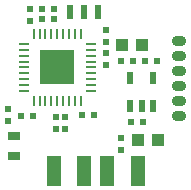
<source format=gtp>
G04*
G04 #@! TF.GenerationSoftware,Altium Limited,Altium Designer,20.1.8 (145)*
G04*
G04 Layer_Color=8421504*
%FSLAX25Y25*%
%MOIN*%
G70*
G04*
G04 #@! TF.SameCoordinates,CA782F3F-0D54-4404-9751-EA5AB56DA471*
G04*
G04*
G04 #@! TF.FilePolarity,Positive*
G04*
G01*
G75*
%ADD16R,0.02362X0.01968*%
%ADD17O,0.00984X0.03740*%
%ADD18O,0.03740X0.00984*%
%ADD19R,0.11811X0.11811*%
%ADD20R,0.01968X0.02362*%
%ADD21R,0.01968X0.05118*%
%ADD22O,0.04724X0.03543*%
%ADD23R,0.02362X0.04331*%
%ADD24R,0.04331X0.03937*%
%ADD25R,0.03937X0.02756*%
%ADD26R,0.04724X0.09843*%
D16*
X211663Y206600D02*
D03*
X215600D02*
D03*
X211631Y210000D02*
D03*
X215568D02*
D03*
X249869Y192700D02*
D03*
X245932D02*
D03*
X208600Y174500D02*
D03*
X204663D02*
D03*
X228837Y174600D02*
D03*
X224900D02*
D03*
X241231Y172400D02*
D03*
X245168D02*
D03*
X241669Y192700D02*
D03*
X237732D02*
D03*
D17*
X224474Y201722D02*
D03*
X222505D02*
D03*
X220537D02*
D03*
X218568D02*
D03*
X216600D02*
D03*
X214632D02*
D03*
X212663D02*
D03*
X210695D02*
D03*
X208726D02*
D03*
Y179478D02*
D03*
X210695D02*
D03*
X212663D02*
D03*
X214632D02*
D03*
X216600D02*
D03*
X218568D02*
D03*
X220537D02*
D03*
X222505D02*
D03*
X224474D02*
D03*
D18*
X205478Y198474D02*
D03*
Y196505D02*
D03*
Y194537D02*
D03*
Y192569D02*
D03*
Y190600D02*
D03*
Y188631D02*
D03*
Y186663D02*
D03*
Y184695D02*
D03*
Y182726D02*
D03*
X227722D02*
D03*
Y184695D02*
D03*
Y186663D02*
D03*
Y188631D02*
D03*
Y190600D02*
D03*
Y192569D02*
D03*
Y194537D02*
D03*
Y196505D02*
D03*
Y198474D02*
D03*
D19*
X216600Y190600D02*
D03*
D20*
X207401Y206199D02*
D03*
Y210136D02*
D03*
X232700Y191332D02*
D03*
Y195268D02*
D03*
X232700Y202937D02*
D03*
Y199000D02*
D03*
X200000Y176737D02*
D03*
Y172800D02*
D03*
X219200Y173969D02*
D03*
Y170031D02*
D03*
X216200Y173969D02*
D03*
Y170031D02*
D03*
X237900Y167168D02*
D03*
Y163232D02*
D03*
D21*
X220776Y209000D02*
D03*
X230224D02*
D03*
X225500Y209000D02*
D03*
D22*
X257300Y199300D02*
D03*
Y189300D02*
D03*
Y174300D02*
D03*
Y179300D02*
D03*
Y184300D02*
D03*
Y194300D02*
D03*
D23*
X240960Y187049D02*
D03*
X248440D02*
D03*
Y177600D02*
D03*
X244700D02*
D03*
X240960D02*
D03*
D24*
X238300Y198200D02*
D03*
X244993D02*
D03*
X250046Y166500D02*
D03*
X243354D02*
D03*
D25*
X202099Y167847D02*
D03*
Y161154D02*
D03*
D26*
X215390Y156174D02*
D03*
X225453D02*
D03*
X233327D02*
D03*
X243390D02*
D03*
M02*

</source>
